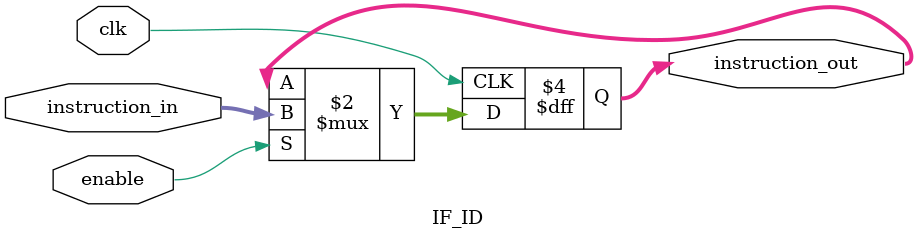
<source format=v>
module IF_ID(
    input clk,
    input enable,
    input [31:0]instruction_in,
    output reg [31:0]instruction_out
);

initial begin
    instruction_out = 32'b0;
end



always @(posedge clk)begin
    instruction_out = enable?instruction_in:instruction_out;
end


endmodule
</source>
